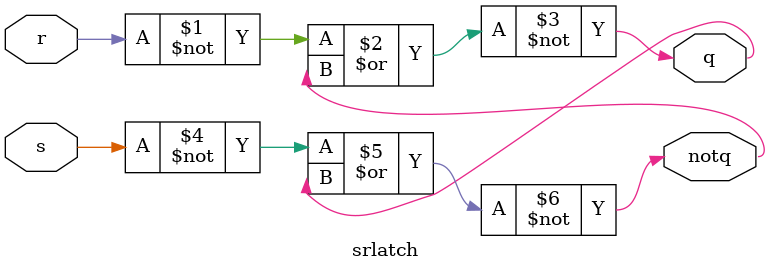
<source format=v>
module srlatch(
  input s,
  input r,
  output q,
  output notq
);

assign q=~(~r|notq);
assign notq=~(~s|q);
  
  
endmodule

</source>
